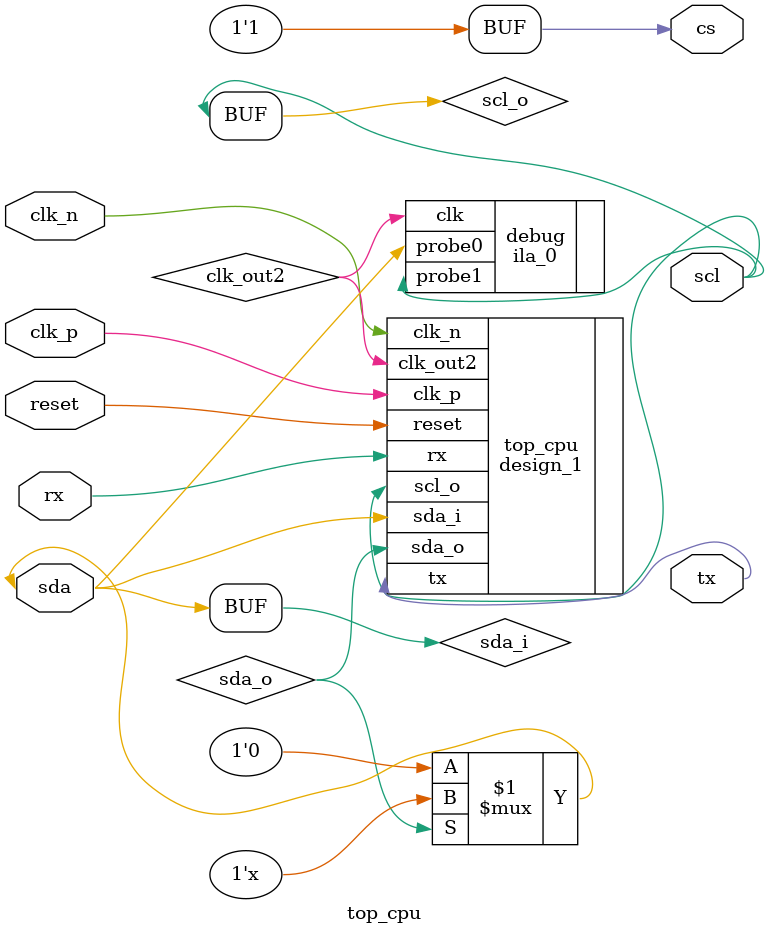
<source format=v>


module top_cpu(
input clk_n,clk_p,
input reset,
inout sda ,
input rx,
output tx ,
output cs ,
output scl 
    );
wire sda_o,scl_o,sda_i,clk_out2;
design_1 top_cpu
(
    .clk_n(clk_n),
    .clk_p(clk_p),
    .clk_out2(clk_out2),
    .reset(reset),
    .sda_o(sda_o),
    .sda_i(sda_i),
    .scl_o(scl_o),
    .rx(rx),
    .tx(tx)
    );
    
ila_0 debug(
    .clk(clk_out2),
    .probe0(sda),
    .probe1(scl)
    );
   
assign sda_i = sda ;
assign sda   = sda_o ? 1'bz : 1'b0;
assign scl   = scl_o ;//? 1'bz : 1'b0;
assign cs = 1; 

endmodule

</source>
